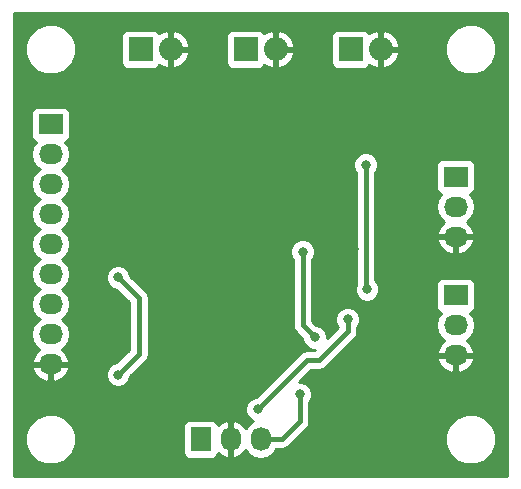
<source format=gbl>
G04 #@! TF.FileFunction,Copper,L2,Bot,Signal*
%FSLAX46Y46*%
G04 Gerber Fmt 4.6, Leading zero omitted, Abs format (unit mm)*
G04 Created by KiCad (PCBNEW (2014-11-23 BZR 5300)-product) date Tue 25 Nov 2014 01:03:26 AM EST*
%MOMM*%
G01*
G04 APERTURE LIST*
%ADD10C,0.100000*%
%ADD11R,2.032000X1.727200*%
%ADD12O,2.032000X1.727200*%
%ADD13R,1.727200X2.032000*%
%ADD14O,1.727200X2.032000*%
%ADD15R,2.032000X2.032000*%
%ADD16O,2.032000X2.032000*%
%ADD17C,0.812800*%
%ADD18C,0.406400*%
%ADD19C,0.254000*%
G04 APERTURE END LIST*
D10*
D11*
X191770000Y-102235000D03*
D12*
X191770000Y-104775000D03*
X191770000Y-107315000D03*
D11*
X191770000Y-112268000D03*
D12*
X191770000Y-114808000D03*
X191770000Y-117348000D03*
D13*
X170180000Y-124460000D03*
D14*
X172720000Y-124460000D03*
X175260000Y-124460000D03*
D11*
X157480000Y-97790000D03*
D12*
X157480000Y-100330000D03*
X157480000Y-102870000D03*
X157480000Y-105410000D03*
X157480000Y-107950000D03*
X157480000Y-110490000D03*
X157480000Y-113030000D03*
X157480000Y-115570000D03*
X157480000Y-118110000D03*
D15*
X165100000Y-91440000D03*
D16*
X167640000Y-91440000D03*
D15*
X173990000Y-91440000D03*
D16*
X176530000Y-91440000D03*
D15*
X182880000Y-91440000D03*
D16*
X185420000Y-91440000D03*
D17*
X163195000Y-110744000D03*
X163195000Y-118999000D03*
X168656000Y-109728000D03*
X186436000Y-97663000D03*
X168910000Y-97663000D03*
X175006000Y-97663000D03*
X178435000Y-99695000D03*
X183134000Y-108331000D03*
X184150000Y-119507000D03*
X184150000Y-101219000D03*
X184277000Y-111760000D03*
X182626000Y-114300000D03*
X175006000Y-121920000D03*
X178816000Y-108585000D03*
X179832000Y-115824000D03*
X178562000Y-120650000D03*
D18*
X164973000Y-112522000D02*
X163195000Y-110744000D01*
X164973000Y-117221000D02*
X164973000Y-112522000D01*
X163195000Y-118999000D02*
X164973000Y-117221000D01*
X186436000Y-97663000D02*
X186563000Y-97663000D01*
X184150000Y-111633000D02*
X184150000Y-101219000D01*
X184277000Y-111760000D02*
X184150000Y-111633000D01*
X182626000Y-115316000D02*
X182626000Y-114300000D01*
X180213000Y-117729000D02*
X182626000Y-115316000D01*
X179197000Y-117729000D02*
X180213000Y-117729000D01*
X175006000Y-121920000D02*
X179197000Y-117729000D01*
X178816000Y-114808000D02*
X178816000Y-108585000D01*
X179832000Y-115824000D02*
X178816000Y-114808000D01*
X175260000Y-124460000D02*
X177038000Y-124460000D01*
X178562000Y-122936000D02*
X178562000Y-120650000D01*
X177038000Y-124460000D02*
X178562000Y-122936000D01*
D19*
G36*
X196140000Y-127560000D02*
X195175240Y-127560000D01*
X195175240Y-124037211D01*
X195175240Y-91017211D01*
X194850910Y-90232273D01*
X194250886Y-89631200D01*
X193466515Y-89305501D01*
X192617211Y-89304760D01*
X191832273Y-89629090D01*
X191231200Y-90229114D01*
X190905501Y-91013485D01*
X190904760Y-91862789D01*
X191229090Y-92647727D01*
X191829114Y-93248800D01*
X192613485Y-93574499D01*
X193462789Y-93575240D01*
X194247727Y-93250910D01*
X194848800Y-92650886D01*
X195174499Y-91866515D01*
X195175240Y-91017211D01*
X195175240Y-124037211D01*
X194850910Y-123252273D01*
X194250886Y-122651200D01*
X193466515Y-122325501D01*
X193453345Y-122325489D01*
X193453345Y-114808000D01*
X193453345Y-104775000D01*
X193339271Y-104201511D01*
X193014415Y-103715330D01*
X192992219Y-103700499D01*
X193145698Y-103636927D01*
X193324327Y-103458299D01*
X193421000Y-103224910D01*
X193421000Y-102972291D01*
X193421000Y-101245091D01*
X193324327Y-101011702D01*
X193145699Y-100833073D01*
X192912310Y-100736400D01*
X192659691Y-100736400D01*
X190627691Y-100736400D01*
X190394302Y-100833073D01*
X190215673Y-101011701D01*
X190119000Y-101245090D01*
X190119000Y-101497709D01*
X190119000Y-103224909D01*
X190215673Y-103458298D01*
X190394301Y-103636927D01*
X190547779Y-103700500D01*
X190525585Y-103715330D01*
X190200729Y-104201511D01*
X190086655Y-104775000D01*
X190200729Y-105348489D01*
X190525585Y-105834670D01*
X190835069Y-106041460D01*
X190419268Y-106412964D01*
X190165291Y-106940209D01*
X190162642Y-106955974D01*
X190283783Y-107188000D01*
X191643000Y-107188000D01*
X191643000Y-107168000D01*
X191897000Y-107168000D01*
X191897000Y-107188000D01*
X193256217Y-107188000D01*
X193377358Y-106955974D01*
X193374709Y-106940209D01*
X193120732Y-106412964D01*
X192704930Y-106041460D01*
X193014415Y-105834670D01*
X193339271Y-105348489D01*
X193453345Y-104775000D01*
X193453345Y-114808000D01*
X193339271Y-114234511D01*
X193014415Y-113748330D01*
X192992219Y-113733499D01*
X193145698Y-113669927D01*
X193324327Y-113491299D01*
X193421000Y-113257910D01*
X193421000Y-113005291D01*
X193421000Y-111278091D01*
X193377358Y-111172730D01*
X193377358Y-107674026D01*
X193256217Y-107442000D01*
X191897000Y-107442000D01*
X191897000Y-108655924D01*
X192131913Y-108800184D01*
X192684320Y-108606954D01*
X193120732Y-108217036D01*
X193374709Y-107689791D01*
X193377358Y-107674026D01*
X193377358Y-111172730D01*
X193324327Y-111044702D01*
X193145699Y-110866073D01*
X192912310Y-110769400D01*
X192659691Y-110769400D01*
X191643000Y-110769400D01*
X191643000Y-108655924D01*
X191643000Y-107442000D01*
X190283783Y-107442000D01*
X190162642Y-107674026D01*
X190165291Y-107689791D01*
X190419268Y-108217036D01*
X190855680Y-108606954D01*
X191408087Y-108800184D01*
X191643000Y-108655924D01*
X191643000Y-110769400D01*
X190627691Y-110769400D01*
X190394302Y-110866073D01*
X190215673Y-111044701D01*
X190119000Y-111278090D01*
X190119000Y-111530709D01*
X190119000Y-113257909D01*
X190215673Y-113491298D01*
X190394301Y-113669927D01*
X190547779Y-113733500D01*
X190525585Y-113748330D01*
X190200729Y-114234511D01*
X190086655Y-114808000D01*
X190200729Y-115381489D01*
X190525585Y-115867670D01*
X190835069Y-116074460D01*
X190419268Y-116445964D01*
X190165291Y-116973209D01*
X190162642Y-116988974D01*
X190283783Y-117221000D01*
X191643000Y-117221000D01*
X191643000Y-117201000D01*
X191897000Y-117201000D01*
X191897000Y-117221000D01*
X193256217Y-117221000D01*
X193377358Y-116988974D01*
X193374709Y-116973209D01*
X193120732Y-116445964D01*
X192704930Y-116074460D01*
X193014415Y-115867670D01*
X193339271Y-115381489D01*
X193453345Y-114808000D01*
X193453345Y-122325489D01*
X193377358Y-122325423D01*
X193377358Y-117707026D01*
X193256217Y-117475000D01*
X191897000Y-117475000D01*
X191897000Y-118688924D01*
X192131913Y-118833184D01*
X192684320Y-118639954D01*
X193120732Y-118250036D01*
X193374709Y-117722791D01*
X193377358Y-117707026D01*
X193377358Y-122325423D01*
X192617211Y-122324760D01*
X191832273Y-122649090D01*
X191643000Y-122838032D01*
X191643000Y-118688924D01*
X191643000Y-117475000D01*
X190283783Y-117475000D01*
X190162642Y-117707026D01*
X190165291Y-117722791D01*
X190419268Y-118250036D01*
X190855680Y-118639954D01*
X191408087Y-118833184D01*
X191643000Y-118688924D01*
X191643000Y-122838032D01*
X191231200Y-123249114D01*
X190905501Y-124033485D01*
X190904760Y-124882789D01*
X191229090Y-125667727D01*
X191829114Y-126268800D01*
X192613485Y-126594499D01*
X193462789Y-126595240D01*
X194247727Y-126270910D01*
X194848800Y-125670886D01*
X195174499Y-124886515D01*
X195175240Y-124037211D01*
X195175240Y-127560000D01*
X187025975Y-127560000D01*
X187025975Y-91822944D01*
X187025975Y-91057056D01*
X186826385Y-90575182D01*
X186388379Y-90102812D01*
X185802946Y-89834017D01*
X185547000Y-89952633D01*
X185547000Y-91313000D01*
X186906836Y-91313000D01*
X187025975Y-91057056D01*
X187025975Y-91822944D01*
X186906836Y-91567000D01*
X185547000Y-91567000D01*
X185547000Y-92927367D01*
X185802946Y-93045983D01*
X186388379Y-92777188D01*
X186826385Y-92304818D01*
X187025975Y-91822944D01*
X187025975Y-127560000D01*
X185318580Y-127560000D01*
X185318580Y-111553762D01*
X185293000Y-111491853D01*
X185293000Y-92927367D01*
X185293000Y-91567000D01*
X185273000Y-91567000D01*
X185273000Y-91313000D01*
X185293000Y-91313000D01*
X185293000Y-89952633D01*
X185037054Y-89834017D01*
X184451621Y-90102812D01*
X184450692Y-90103812D01*
X184434327Y-90064302D01*
X184255699Y-89885673D01*
X184022310Y-89789000D01*
X183769691Y-89789000D01*
X181737691Y-89789000D01*
X181504302Y-89885673D01*
X181325673Y-90064301D01*
X181229000Y-90297690D01*
X181229000Y-90550309D01*
X181229000Y-92582309D01*
X181325673Y-92815698D01*
X181504301Y-92994327D01*
X181737690Y-93091000D01*
X181990309Y-93091000D01*
X184022309Y-93091000D01*
X184255698Y-92994327D01*
X184434327Y-92815699D01*
X184450693Y-92776187D01*
X184451621Y-92777188D01*
X185037054Y-93045983D01*
X185293000Y-92927367D01*
X185293000Y-111491853D01*
X185160371Y-111170865D01*
X184988200Y-110998393D01*
X184988200Y-101853740D01*
X185032341Y-101809676D01*
X185191219Y-101427056D01*
X185191580Y-101012762D01*
X185033371Y-100629865D01*
X184740676Y-100336659D01*
X184358056Y-100177781D01*
X183943762Y-100177420D01*
X183560865Y-100335629D01*
X183267659Y-100628324D01*
X183108781Y-101010944D01*
X183108420Y-101425238D01*
X183266629Y-101808135D01*
X183311800Y-101853384D01*
X183311800Y-111368870D01*
X183235781Y-111551944D01*
X183235420Y-111966238D01*
X183393629Y-112349135D01*
X183686324Y-112642341D01*
X184068944Y-112801219D01*
X184483238Y-112801580D01*
X184866135Y-112643371D01*
X185159341Y-112350676D01*
X185318219Y-111968056D01*
X185318580Y-111553762D01*
X185318580Y-127560000D01*
X183667580Y-127560000D01*
X183667580Y-114093762D01*
X183509371Y-113710865D01*
X183216676Y-113417659D01*
X182834056Y-113258781D01*
X182419762Y-113258420D01*
X182036865Y-113416629D01*
X181743659Y-113709324D01*
X181584781Y-114091944D01*
X181584420Y-114506238D01*
X181742629Y-114889135D01*
X181787800Y-114934384D01*
X181787800Y-114968806D01*
X180873348Y-115883257D01*
X180873580Y-115617762D01*
X180715371Y-115234865D01*
X180422676Y-114941659D01*
X180040056Y-114782781D01*
X179976119Y-114782725D01*
X179654200Y-114460806D01*
X179654200Y-109219740D01*
X179698341Y-109175676D01*
X179857219Y-108793056D01*
X179857580Y-108378762D01*
X179699371Y-107995865D01*
X179406676Y-107702659D01*
X179024056Y-107543781D01*
X178609762Y-107543420D01*
X178226865Y-107701629D01*
X178135975Y-107792360D01*
X178135975Y-91822944D01*
X178135975Y-91057056D01*
X177936385Y-90575182D01*
X177498379Y-90102812D01*
X176912946Y-89834017D01*
X176657000Y-89952633D01*
X176657000Y-91313000D01*
X178016836Y-91313000D01*
X178135975Y-91057056D01*
X178135975Y-91822944D01*
X178016836Y-91567000D01*
X176657000Y-91567000D01*
X176657000Y-92927367D01*
X176912946Y-93045983D01*
X177498379Y-92777188D01*
X177936385Y-92304818D01*
X178135975Y-91822944D01*
X178135975Y-107792360D01*
X177933659Y-107994324D01*
X177774781Y-108376944D01*
X177774420Y-108791238D01*
X177932629Y-109174135D01*
X177977800Y-109219384D01*
X177977800Y-114808000D01*
X178041604Y-115128766D01*
X178223303Y-115400697D01*
X178790474Y-115967868D01*
X178790420Y-116030238D01*
X178948629Y-116413135D01*
X179241324Y-116706341D01*
X179623944Y-116865219D01*
X179891154Y-116865451D01*
X179865806Y-116890800D01*
X179197000Y-116890800D01*
X178876234Y-116954604D01*
X178604303Y-117136303D01*
X176403000Y-119337605D01*
X176403000Y-92927367D01*
X176403000Y-91567000D01*
X176383000Y-91567000D01*
X176383000Y-91313000D01*
X176403000Y-91313000D01*
X176403000Y-89952633D01*
X176147054Y-89834017D01*
X175561621Y-90102812D01*
X175560692Y-90103812D01*
X175544327Y-90064302D01*
X175365699Y-89885673D01*
X175132310Y-89789000D01*
X174879691Y-89789000D01*
X172847691Y-89789000D01*
X172614302Y-89885673D01*
X172435673Y-90064301D01*
X172339000Y-90297690D01*
X172339000Y-90550309D01*
X172339000Y-92582309D01*
X172435673Y-92815698D01*
X172614301Y-92994327D01*
X172847690Y-93091000D01*
X173100309Y-93091000D01*
X175132309Y-93091000D01*
X175365698Y-92994327D01*
X175544327Y-92815699D01*
X175560693Y-92776187D01*
X175561621Y-92777188D01*
X176147054Y-93045983D01*
X176403000Y-92927367D01*
X176403000Y-119337605D01*
X174862131Y-120878474D01*
X174799762Y-120878420D01*
X174416865Y-121036629D01*
X174123659Y-121329324D01*
X173964781Y-121711944D01*
X173964420Y-122126238D01*
X174122629Y-122509135D01*
X174415324Y-122802341D01*
X174664156Y-122905665D01*
X174200330Y-123215585D01*
X173993539Y-123525069D01*
X173622036Y-123109268D01*
X173094791Y-122855291D01*
X173079026Y-122852642D01*
X172847000Y-122973783D01*
X172847000Y-124333000D01*
X172867000Y-124333000D01*
X172867000Y-124587000D01*
X172847000Y-124587000D01*
X172847000Y-125946217D01*
X173079026Y-126067358D01*
X173094791Y-126064709D01*
X173622036Y-125810732D01*
X173993539Y-125394930D01*
X174200330Y-125704415D01*
X174686511Y-126029271D01*
X175260000Y-126143345D01*
X175833489Y-126029271D01*
X176319670Y-125704415D01*
X176591094Y-125298200D01*
X177038000Y-125298200D01*
X177358765Y-125234396D01*
X177358766Y-125234396D01*
X177630697Y-125052697D01*
X179154697Y-123528697D01*
X179336395Y-123256766D01*
X179336396Y-123256765D01*
X179400200Y-122936000D01*
X179400200Y-121284740D01*
X179444341Y-121240676D01*
X179603219Y-120858056D01*
X179603580Y-120443762D01*
X179445371Y-120060865D01*
X179152676Y-119767659D01*
X178770056Y-119608781D01*
X178502845Y-119608548D01*
X179544194Y-118567200D01*
X180213000Y-118567200D01*
X180533765Y-118503396D01*
X180533766Y-118503396D01*
X180805697Y-118321697D01*
X183218697Y-115908697D01*
X183400396Y-115636766D01*
X183400396Y-115636765D01*
X183464200Y-115316000D01*
X183464200Y-114934740D01*
X183508341Y-114890676D01*
X183667219Y-114508056D01*
X183667580Y-114093762D01*
X183667580Y-127560000D01*
X172593000Y-127560000D01*
X172593000Y-125946217D01*
X172593000Y-124587000D01*
X172573000Y-124587000D01*
X172573000Y-124333000D01*
X172593000Y-124333000D01*
X172593000Y-122973783D01*
X172360974Y-122852642D01*
X172345209Y-122855291D01*
X171817964Y-123109268D01*
X171663758Y-123281860D01*
X171581927Y-123084302D01*
X171403299Y-122905673D01*
X171169910Y-122809000D01*
X170917291Y-122809000D01*
X169245975Y-122809000D01*
X169245975Y-91822944D01*
X169245975Y-91057056D01*
X169046385Y-90575182D01*
X168608379Y-90102812D01*
X168022946Y-89834017D01*
X167767000Y-89952633D01*
X167767000Y-91313000D01*
X169126836Y-91313000D01*
X169245975Y-91057056D01*
X169245975Y-91822944D01*
X169126836Y-91567000D01*
X167767000Y-91567000D01*
X167767000Y-92927367D01*
X168022946Y-93045983D01*
X168608379Y-92777188D01*
X169046385Y-92304818D01*
X169245975Y-91822944D01*
X169245975Y-122809000D01*
X169190091Y-122809000D01*
X168956702Y-122905673D01*
X168778073Y-123084301D01*
X168681400Y-123317690D01*
X168681400Y-123570309D01*
X168681400Y-125602309D01*
X168778073Y-125835698D01*
X168956701Y-126014327D01*
X169190090Y-126111000D01*
X169442709Y-126111000D01*
X171169909Y-126111000D01*
X171403298Y-126014327D01*
X171581927Y-125835699D01*
X171663758Y-125638139D01*
X171817964Y-125810732D01*
X172345209Y-126064709D01*
X172360974Y-126067358D01*
X172593000Y-125946217D01*
X172593000Y-127560000D01*
X167513000Y-127560000D01*
X167513000Y-92927367D01*
X167513000Y-91567000D01*
X167493000Y-91567000D01*
X167493000Y-91313000D01*
X167513000Y-91313000D01*
X167513000Y-89952633D01*
X167257054Y-89834017D01*
X166671621Y-90102812D01*
X166670692Y-90103812D01*
X166654327Y-90064302D01*
X166475699Y-89885673D01*
X166242310Y-89789000D01*
X165989691Y-89789000D01*
X163957691Y-89789000D01*
X163724302Y-89885673D01*
X163545673Y-90064301D01*
X163449000Y-90297690D01*
X163449000Y-90550309D01*
X163449000Y-92582309D01*
X163545673Y-92815698D01*
X163724301Y-92994327D01*
X163957690Y-93091000D01*
X164210309Y-93091000D01*
X166242309Y-93091000D01*
X166475698Y-92994327D01*
X166654327Y-92815699D01*
X166670693Y-92776187D01*
X166671621Y-92777188D01*
X167257054Y-93045983D01*
X167513000Y-92927367D01*
X167513000Y-127560000D01*
X165811200Y-127560000D01*
X165811200Y-117221000D01*
X165811200Y-112522000D01*
X165747396Y-112201235D01*
X165565697Y-111929303D01*
X164236525Y-110600131D01*
X164236580Y-110537762D01*
X164078371Y-110154865D01*
X163785676Y-109861659D01*
X163403056Y-109702781D01*
X162988762Y-109702420D01*
X162605865Y-109860629D01*
X162312659Y-110153324D01*
X162153781Y-110535944D01*
X162153420Y-110950238D01*
X162311629Y-111333135D01*
X162604324Y-111626341D01*
X162986944Y-111785219D01*
X163050880Y-111785274D01*
X164134800Y-112869194D01*
X164134800Y-116873806D01*
X163051131Y-117957474D01*
X162988762Y-117957420D01*
X162605865Y-118115629D01*
X162312659Y-118408324D01*
X162153781Y-118790944D01*
X162153420Y-119205238D01*
X162311629Y-119588135D01*
X162604324Y-119881341D01*
X162986944Y-120040219D01*
X163401238Y-120040580D01*
X163784135Y-119882371D01*
X164077341Y-119589676D01*
X164236219Y-119207056D01*
X164236274Y-119143119D01*
X165565697Y-117813697D01*
X165747396Y-117541765D01*
X165811200Y-117221000D01*
X165811200Y-127560000D01*
X159615240Y-127560000D01*
X159615240Y-124037211D01*
X159615240Y-91017211D01*
X159290910Y-90232273D01*
X158690886Y-89631200D01*
X157906515Y-89305501D01*
X157057211Y-89304760D01*
X156272273Y-89629090D01*
X155671200Y-90229114D01*
X155345501Y-91013485D01*
X155344760Y-91862789D01*
X155669090Y-92647727D01*
X156269114Y-93248800D01*
X157053485Y-93574499D01*
X157902789Y-93575240D01*
X158687727Y-93250910D01*
X159288800Y-92650886D01*
X159614499Y-91866515D01*
X159615240Y-91017211D01*
X159615240Y-124037211D01*
X159290910Y-123252273D01*
X159163345Y-123124484D01*
X159163345Y-115570000D01*
X159049271Y-114996511D01*
X158724415Y-114510330D01*
X158409634Y-114300000D01*
X158724415Y-114089670D01*
X159049271Y-113603489D01*
X159163345Y-113030000D01*
X159049271Y-112456511D01*
X158724415Y-111970330D01*
X158409634Y-111760000D01*
X158724415Y-111549670D01*
X159049271Y-111063489D01*
X159163345Y-110490000D01*
X159049271Y-109916511D01*
X158724415Y-109430330D01*
X158409634Y-109220000D01*
X158724415Y-109009670D01*
X159049271Y-108523489D01*
X159163345Y-107950000D01*
X159049271Y-107376511D01*
X158724415Y-106890330D01*
X158409634Y-106680000D01*
X158724415Y-106469670D01*
X159049271Y-105983489D01*
X159163345Y-105410000D01*
X159049271Y-104836511D01*
X158724415Y-104350330D01*
X158409634Y-104140000D01*
X158724415Y-103929670D01*
X159049271Y-103443489D01*
X159163345Y-102870000D01*
X159049271Y-102296511D01*
X158724415Y-101810330D01*
X158409634Y-101600000D01*
X158724415Y-101389670D01*
X159049271Y-100903489D01*
X159163345Y-100330000D01*
X159049271Y-99756511D01*
X158724415Y-99270330D01*
X158702219Y-99255499D01*
X158855698Y-99191927D01*
X159034327Y-99013299D01*
X159131000Y-98779910D01*
X159131000Y-98527291D01*
X159131000Y-96800091D01*
X159034327Y-96566702D01*
X158855699Y-96388073D01*
X158622310Y-96291400D01*
X158369691Y-96291400D01*
X156337691Y-96291400D01*
X156104302Y-96388073D01*
X155925673Y-96566701D01*
X155829000Y-96800090D01*
X155829000Y-97052709D01*
X155829000Y-98779909D01*
X155925673Y-99013298D01*
X156104301Y-99191927D01*
X156257779Y-99255500D01*
X156235585Y-99270330D01*
X155910729Y-99756511D01*
X155796655Y-100330000D01*
X155910729Y-100903489D01*
X156235585Y-101389670D01*
X156550365Y-101600000D01*
X156235585Y-101810330D01*
X155910729Y-102296511D01*
X155796655Y-102870000D01*
X155910729Y-103443489D01*
X156235585Y-103929670D01*
X156550365Y-104140000D01*
X156235585Y-104350330D01*
X155910729Y-104836511D01*
X155796655Y-105410000D01*
X155910729Y-105983489D01*
X156235585Y-106469670D01*
X156550365Y-106680000D01*
X156235585Y-106890330D01*
X155910729Y-107376511D01*
X155796655Y-107950000D01*
X155910729Y-108523489D01*
X156235585Y-109009670D01*
X156550365Y-109220000D01*
X156235585Y-109430330D01*
X155910729Y-109916511D01*
X155796655Y-110490000D01*
X155910729Y-111063489D01*
X156235585Y-111549670D01*
X156550365Y-111760000D01*
X156235585Y-111970330D01*
X155910729Y-112456511D01*
X155796655Y-113030000D01*
X155910729Y-113603489D01*
X156235585Y-114089670D01*
X156550365Y-114300000D01*
X156235585Y-114510330D01*
X155910729Y-114996511D01*
X155796655Y-115570000D01*
X155910729Y-116143489D01*
X156235585Y-116629670D01*
X156545069Y-116836460D01*
X156129268Y-117207964D01*
X155875291Y-117735209D01*
X155872642Y-117750974D01*
X155993783Y-117983000D01*
X157353000Y-117983000D01*
X157353000Y-117963000D01*
X157607000Y-117963000D01*
X157607000Y-117983000D01*
X158966217Y-117983000D01*
X159087358Y-117750974D01*
X159084709Y-117735209D01*
X158830732Y-117207964D01*
X158414930Y-116836460D01*
X158724415Y-116629670D01*
X159049271Y-116143489D01*
X159163345Y-115570000D01*
X159163345Y-123124484D01*
X159087358Y-123048365D01*
X159087358Y-118469026D01*
X158966217Y-118237000D01*
X157607000Y-118237000D01*
X157607000Y-119450924D01*
X157841913Y-119595184D01*
X158394320Y-119401954D01*
X158830732Y-119012036D01*
X159084709Y-118484791D01*
X159087358Y-118469026D01*
X159087358Y-123048365D01*
X158690886Y-122651200D01*
X157906515Y-122325501D01*
X157353000Y-122325018D01*
X157353000Y-119450924D01*
X157353000Y-118237000D01*
X155993783Y-118237000D01*
X155872642Y-118469026D01*
X155875291Y-118484791D01*
X156129268Y-119012036D01*
X156565680Y-119401954D01*
X157118087Y-119595184D01*
X157353000Y-119450924D01*
X157353000Y-122325018D01*
X157057211Y-122324760D01*
X156272273Y-122649090D01*
X155671200Y-123249114D01*
X155345501Y-124033485D01*
X155344760Y-124882789D01*
X155669090Y-125667727D01*
X156269114Y-126268800D01*
X157053485Y-126594499D01*
X157902789Y-126595240D01*
X158687727Y-126270910D01*
X159288800Y-125670886D01*
X159614499Y-124886515D01*
X159615240Y-124037211D01*
X159615240Y-127560000D01*
X154380000Y-127560000D01*
X154380000Y-88340000D01*
X196140000Y-88340000D01*
X196140000Y-127560000D01*
X196140000Y-127560000D01*
G37*
X196140000Y-127560000D02*
X195175240Y-127560000D01*
X195175240Y-124037211D01*
X195175240Y-91017211D01*
X194850910Y-90232273D01*
X194250886Y-89631200D01*
X193466515Y-89305501D01*
X192617211Y-89304760D01*
X191832273Y-89629090D01*
X191231200Y-90229114D01*
X190905501Y-91013485D01*
X190904760Y-91862789D01*
X191229090Y-92647727D01*
X191829114Y-93248800D01*
X192613485Y-93574499D01*
X193462789Y-93575240D01*
X194247727Y-93250910D01*
X194848800Y-92650886D01*
X195174499Y-91866515D01*
X195175240Y-91017211D01*
X195175240Y-124037211D01*
X194850910Y-123252273D01*
X194250886Y-122651200D01*
X193466515Y-122325501D01*
X193453345Y-122325489D01*
X193453345Y-114808000D01*
X193453345Y-104775000D01*
X193339271Y-104201511D01*
X193014415Y-103715330D01*
X192992219Y-103700499D01*
X193145698Y-103636927D01*
X193324327Y-103458299D01*
X193421000Y-103224910D01*
X193421000Y-102972291D01*
X193421000Y-101245091D01*
X193324327Y-101011702D01*
X193145699Y-100833073D01*
X192912310Y-100736400D01*
X192659691Y-100736400D01*
X190627691Y-100736400D01*
X190394302Y-100833073D01*
X190215673Y-101011701D01*
X190119000Y-101245090D01*
X190119000Y-101497709D01*
X190119000Y-103224909D01*
X190215673Y-103458298D01*
X190394301Y-103636927D01*
X190547779Y-103700500D01*
X190525585Y-103715330D01*
X190200729Y-104201511D01*
X190086655Y-104775000D01*
X190200729Y-105348489D01*
X190525585Y-105834670D01*
X190835069Y-106041460D01*
X190419268Y-106412964D01*
X190165291Y-106940209D01*
X190162642Y-106955974D01*
X190283783Y-107188000D01*
X191643000Y-107188000D01*
X191643000Y-107168000D01*
X191897000Y-107168000D01*
X191897000Y-107188000D01*
X193256217Y-107188000D01*
X193377358Y-106955974D01*
X193374709Y-106940209D01*
X193120732Y-106412964D01*
X192704930Y-106041460D01*
X193014415Y-105834670D01*
X193339271Y-105348489D01*
X193453345Y-104775000D01*
X193453345Y-114808000D01*
X193339271Y-114234511D01*
X193014415Y-113748330D01*
X192992219Y-113733499D01*
X193145698Y-113669927D01*
X193324327Y-113491299D01*
X193421000Y-113257910D01*
X193421000Y-113005291D01*
X193421000Y-111278091D01*
X193377358Y-111172730D01*
X193377358Y-107674026D01*
X193256217Y-107442000D01*
X191897000Y-107442000D01*
X191897000Y-108655924D01*
X192131913Y-108800184D01*
X192684320Y-108606954D01*
X193120732Y-108217036D01*
X193374709Y-107689791D01*
X193377358Y-107674026D01*
X193377358Y-111172730D01*
X193324327Y-111044702D01*
X193145699Y-110866073D01*
X192912310Y-110769400D01*
X192659691Y-110769400D01*
X191643000Y-110769400D01*
X191643000Y-108655924D01*
X191643000Y-107442000D01*
X190283783Y-107442000D01*
X190162642Y-107674026D01*
X190165291Y-107689791D01*
X190419268Y-108217036D01*
X190855680Y-108606954D01*
X191408087Y-108800184D01*
X191643000Y-108655924D01*
X191643000Y-110769400D01*
X190627691Y-110769400D01*
X190394302Y-110866073D01*
X190215673Y-111044701D01*
X190119000Y-111278090D01*
X190119000Y-111530709D01*
X190119000Y-113257909D01*
X190215673Y-113491298D01*
X190394301Y-113669927D01*
X190547779Y-113733500D01*
X190525585Y-113748330D01*
X190200729Y-114234511D01*
X190086655Y-114808000D01*
X190200729Y-115381489D01*
X190525585Y-115867670D01*
X190835069Y-116074460D01*
X190419268Y-116445964D01*
X190165291Y-116973209D01*
X190162642Y-116988974D01*
X190283783Y-117221000D01*
X191643000Y-117221000D01*
X191643000Y-117201000D01*
X191897000Y-117201000D01*
X191897000Y-117221000D01*
X193256217Y-117221000D01*
X193377358Y-116988974D01*
X193374709Y-116973209D01*
X193120732Y-116445964D01*
X192704930Y-116074460D01*
X193014415Y-115867670D01*
X193339271Y-115381489D01*
X193453345Y-114808000D01*
X193453345Y-122325489D01*
X193377358Y-122325423D01*
X193377358Y-117707026D01*
X193256217Y-117475000D01*
X191897000Y-117475000D01*
X191897000Y-118688924D01*
X192131913Y-118833184D01*
X192684320Y-118639954D01*
X193120732Y-118250036D01*
X193374709Y-117722791D01*
X193377358Y-117707026D01*
X193377358Y-122325423D01*
X192617211Y-122324760D01*
X191832273Y-122649090D01*
X191643000Y-122838032D01*
X191643000Y-118688924D01*
X191643000Y-117475000D01*
X190283783Y-117475000D01*
X190162642Y-117707026D01*
X190165291Y-117722791D01*
X190419268Y-118250036D01*
X190855680Y-118639954D01*
X191408087Y-118833184D01*
X191643000Y-118688924D01*
X191643000Y-122838032D01*
X191231200Y-123249114D01*
X190905501Y-124033485D01*
X190904760Y-124882789D01*
X191229090Y-125667727D01*
X191829114Y-126268800D01*
X192613485Y-126594499D01*
X193462789Y-126595240D01*
X194247727Y-126270910D01*
X194848800Y-125670886D01*
X195174499Y-124886515D01*
X195175240Y-124037211D01*
X195175240Y-127560000D01*
X187025975Y-127560000D01*
X187025975Y-91822944D01*
X187025975Y-91057056D01*
X186826385Y-90575182D01*
X186388379Y-90102812D01*
X185802946Y-89834017D01*
X185547000Y-89952633D01*
X185547000Y-91313000D01*
X186906836Y-91313000D01*
X187025975Y-91057056D01*
X187025975Y-91822944D01*
X186906836Y-91567000D01*
X185547000Y-91567000D01*
X185547000Y-92927367D01*
X185802946Y-93045983D01*
X186388379Y-92777188D01*
X186826385Y-92304818D01*
X187025975Y-91822944D01*
X187025975Y-127560000D01*
X185318580Y-127560000D01*
X185318580Y-111553762D01*
X185293000Y-111491853D01*
X185293000Y-92927367D01*
X185293000Y-91567000D01*
X185273000Y-91567000D01*
X185273000Y-91313000D01*
X185293000Y-91313000D01*
X185293000Y-89952633D01*
X185037054Y-89834017D01*
X184451621Y-90102812D01*
X184450692Y-90103812D01*
X184434327Y-90064302D01*
X184255699Y-89885673D01*
X184022310Y-89789000D01*
X183769691Y-89789000D01*
X181737691Y-89789000D01*
X181504302Y-89885673D01*
X181325673Y-90064301D01*
X181229000Y-90297690D01*
X181229000Y-90550309D01*
X181229000Y-92582309D01*
X181325673Y-92815698D01*
X181504301Y-92994327D01*
X181737690Y-93091000D01*
X181990309Y-93091000D01*
X184022309Y-93091000D01*
X184255698Y-92994327D01*
X184434327Y-92815699D01*
X184450693Y-92776187D01*
X184451621Y-92777188D01*
X185037054Y-93045983D01*
X185293000Y-92927367D01*
X185293000Y-111491853D01*
X185160371Y-111170865D01*
X184988200Y-110998393D01*
X184988200Y-101853740D01*
X185032341Y-101809676D01*
X185191219Y-101427056D01*
X185191580Y-101012762D01*
X185033371Y-100629865D01*
X184740676Y-100336659D01*
X184358056Y-100177781D01*
X183943762Y-100177420D01*
X183560865Y-100335629D01*
X183267659Y-100628324D01*
X183108781Y-101010944D01*
X183108420Y-101425238D01*
X183266629Y-101808135D01*
X183311800Y-101853384D01*
X183311800Y-111368870D01*
X183235781Y-111551944D01*
X183235420Y-111966238D01*
X183393629Y-112349135D01*
X183686324Y-112642341D01*
X184068944Y-112801219D01*
X184483238Y-112801580D01*
X184866135Y-112643371D01*
X185159341Y-112350676D01*
X185318219Y-111968056D01*
X185318580Y-111553762D01*
X185318580Y-127560000D01*
X183667580Y-127560000D01*
X183667580Y-114093762D01*
X183509371Y-113710865D01*
X183216676Y-113417659D01*
X182834056Y-113258781D01*
X182419762Y-113258420D01*
X182036865Y-113416629D01*
X181743659Y-113709324D01*
X181584781Y-114091944D01*
X181584420Y-114506238D01*
X181742629Y-114889135D01*
X181787800Y-114934384D01*
X181787800Y-114968806D01*
X180873348Y-115883257D01*
X180873580Y-115617762D01*
X180715371Y-115234865D01*
X180422676Y-114941659D01*
X180040056Y-114782781D01*
X179976119Y-114782725D01*
X179654200Y-114460806D01*
X179654200Y-109219740D01*
X179698341Y-109175676D01*
X179857219Y-108793056D01*
X179857580Y-108378762D01*
X179699371Y-107995865D01*
X179406676Y-107702659D01*
X179024056Y-107543781D01*
X178609762Y-107543420D01*
X178226865Y-107701629D01*
X178135975Y-107792360D01*
X178135975Y-91822944D01*
X178135975Y-91057056D01*
X177936385Y-90575182D01*
X177498379Y-90102812D01*
X176912946Y-89834017D01*
X176657000Y-89952633D01*
X176657000Y-91313000D01*
X178016836Y-91313000D01*
X178135975Y-91057056D01*
X178135975Y-91822944D01*
X178016836Y-91567000D01*
X176657000Y-91567000D01*
X176657000Y-92927367D01*
X176912946Y-93045983D01*
X177498379Y-92777188D01*
X177936385Y-92304818D01*
X178135975Y-91822944D01*
X178135975Y-107792360D01*
X177933659Y-107994324D01*
X177774781Y-108376944D01*
X177774420Y-108791238D01*
X177932629Y-109174135D01*
X177977800Y-109219384D01*
X177977800Y-114808000D01*
X178041604Y-115128766D01*
X178223303Y-115400697D01*
X178790474Y-115967868D01*
X178790420Y-116030238D01*
X178948629Y-116413135D01*
X179241324Y-116706341D01*
X179623944Y-116865219D01*
X179891154Y-116865451D01*
X179865806Y-116890800D01*
X179197000Y-116890800D01*
X178876234Y-116954604D01*
X178604303Y-117136303D01*
X176403000Y-119337605D01*
X176403000Y-92927367D01*
X176403000Y-91567000D01*
X176383000Y-91567000D01*
X176383000Y-91313000D01*
X176403000Y-91313000D01*
X176403000Y-89952633D01*
X176147054Y-89834017D01*
X175561621Y-90102812D01*
X175560692Y-90103812D01*
X175544327Y-90064302D01*
X175365699Y-89885673D01*
X175132310Y-89789000D01*
X174879691Y-89789000D01*
X172847691Y-89789000D01*
X172614302Y-89885673D01*
X172435673Y-90064301D01*
X172339000Y-90297690D01*
X172339000Y-90550309D01*
X172339000Y-92582309D01*
X172435673Y-92815698D01*
X172614301Y-92994327D01*
X172847690Y-93091000D01*
X173100309Y-93091000D01*
X175132309Y-93091000D01*
X175365698Y-92994327D01*
X175544327Y-92815699D01*
X175560693Y-92776187D01*
X175561621Y-92777188D01*
X176147054Y-93045983D01*
X176403000Y-92927367D01*
X176403000Y-119337605D01*
X174862131Y-120878474D01*
X174799762Y-120878420D01*
X174416865Y-121036629D01*
X174123659Y-121329324D01*
X173964781Y-121711944D01*
X173964420Y-122126238D01*
X174122629Y-122509135D01*
X174415324Y-122802341D01*
X174664156Y-122905665D01*
X174200330Y-123215585D01*
X173993539Y-123525069D01*
X173622036Y-123109268D01*
X173094791Y-122855291D01*
X173079026Y-122852642D01*
X172847000Y-122973783D01*
X172847000Y-124333000D01*
X172867000Y-124333000D01*
X172867000Y-124587000D01*
X172847000Y-124587000D01*
X172847000Y-125946217D01*
X173079026Y-126067358D01*
X173094791Y-126064709D01*
X173622036Y-125810732D01*
X173993539Y-125394930D01*
X174200330Y-125704415D01*
X174686511Y-126029271D01*
X175260000Y-126143345D01*
X175833489Y-126029271D01*
X176319670Y-125704415D01*
X176591094Y-125298200D01*
X177038000Y-125298200D01*
X177358765Y-125234396D01*
X177358766Y-125234396D01*
X177630697Y-125052697D01*
X179154697Y-123528697D01*
X179336395Y-123256766D01*
X179336396Y-123256765D01*
X179400200Y-122936000D01*
X179400200Y-121284740D01*
X179444341Y-121240676D01*
X179603219Y-120858056D01*
X179603580Y-120443762D01*
X179445371Y-120060865D01*
X179152676Y-119767659D01*
X178770056Y-119608781D01*
X178502845Y-119608548D01*
X179544194Y-118567200D01*
X180213000Y-118567200D01*
X180533765Y-118503396D01*
X180533766Y-118503396D01*
X180805697Y-118321697D01*
X183218697Y-115908697D01*
X183400396Y-115636766D01*
X183400396Y-115636765D01*
X183464200Y-115316000D01*
X183464200Y-114934740D01*
X183508341Y-114890676D01*
X183667219Y-114508056D01*
X183667580Y-114093762D01*
X183667580Y-127560000D01*
X172593000Y-127560000D01*
X172593000Y-125946217D01*
X172593000Y-124587000D01*
X172573000Y-124587000D01*
X172573000Y-124333000D01*
X172593000Y-124333000D01*
X172593000Y-122973783D01*
X172360974Y-122852642D01*
X172345209Y-122855291D01*
X171817964Y-123109268D01*
X171663758Y-123281860D01*
X171581927Y-123084302D01*
X171403299Y-122905673D01*
X171169910Y-122809000D01*
X170917291Y-122809000D01*
X169245975Y-122809000D01*
X169245975Y-91822944D01*
X169245975Y-91057056D01*
X169046385Y-90575182D01*
X168608379Y-90102812D01*
X168022946Y-89834017D01*
X167767000Y-89952633D01*
X167767000Y-91313000D01*
X169126836Y-91313000D01*
X169245975Y-91057056D01*
X169245975Y-91822944D01*
X169126836Y-91567000D01*
X167767000Y-91567000D01*
X167767000Y-92927367D01*
X168022946Y-93045983D01*
X168608379Y-92777188D01*
X169046385Y-92304818D01*
X169245975Y-91822944D01*
X169245975Y-122809000D01*
X169190091Y-122809000D01*
X168956702Y-122905673D01*
X168778073Y-123084301D01*
X168681400Y-123317690D01*
X168681400Y-123570309D01*
X168681400Y-125602309D01*
X168778073Y-125835698D01*
X168956701Y-126014327D01*
X169190090Y-126111000D01*
X169442709Y-126111000D01*
X171169909Y-126111000D01*
X171403298Y-126014327D01*
X171581927Y-125835699D01*
X171663758Y-125638139D01*
X171817964Y-125810732D01*
X172345209Y-126064709D01*
X172360974Y-126067358D01*
X172593000Y-125946217D01*
X172593000Y-127560000D01*
X167513000Y-127560000D01*
X167513000Y-92927367D01*
X167513000Y-91567000D01*
X167493000Y-91567000D01*
X167493000Y-91313000D01*
X167513000Y-91313000D01*
X167513000Y-89952633D01*
X167257054Y-89834017D01*
X166671621Y-90102812D01*
X166670692Y-90103812D01*
X166654327Y-90064302D01*
X166475699Y-89885673D01*
X166242310Y-89789000D01*
X165989691Y-89789000D01*
X163957691Y-89789000D01*
X163724302Y-89885673D01*
X163545673Y-90064301D01*
X163449000Y-90297690D01*
X163449000Y-90550309D01*
X163449000Y-92582309D01*
X163545673Y-92815698D01*
X163724301Y-92994327D01*
X163957690Y-93091000D01*
X164210309Y-93091000D01*
X166242309Y-93091000D01*
X166475698Y-92994327D01*
X166654327Y-92815699D01*
X166670693Y-92776187D01*
X166671621Y-92777188D01*
X167257054Y-93045983D01*
X167513000Y-92927367D01*
X167513000Y-127560000D01*
X165811200Y-127560000D01*
X165811200Y-117221000D01*
X165811200Y-112522000D01*
X165747396Y-112201235D01*
X165565697Y-111929303D01*
X164236525Y-110600131D01*
X164236580Y-110537762D01*
X164078371Y-110154865D01*
X163785676Y-109861659D01*
X163403056Y-109702781D01*
X162988762Y-109702420D01*
X162605865Y-109860629D01*
X162312659Y-110153324D01*
X162153781Y-110535944D01*
X162153420Y-110950238D01*
X162311629Y-111333135D01*
X162604324Y-111626341D01*
X162986944Y-111785219D01*
X163050880Y-111785274D01*
X164134800Y-112869194D01*
X164134800Y-116873806D01*
X163051131Y-117957474D01*
X162988762Y-117957420D01*
X162605865Y-118115629D01*
X162312659Y-118408324D01*
X162153781Y-118790944D01*
X162153420Y-119205238D01*
X162311629Y-119588135D01*
X162604324Y-119881341D01*
X162986944Y-120040219D01*
X163401238Y-120040580D01*
X163784135Y-119882371D01*
X164077341Y-119589676D01*
X164236219Y-119207056D01*
X164236274Y-119143119D01*
X165565697Y-117813697D01*
X165747396Y-117541765D01*
X165811200Y-117221000D01*
X165811200Y-127560000D01*
X159615240Y-127560000D01*
X159615240Y-124037211D01*
X159615240Y-91017211D01*
X159290910Y-90232273D01*
X158690886Y-89631200D01*
X157906515Y-89305501D01*
X157057211Y-89304760D01*
X156272273Y-89629090D01*
X155671200Y-90229114D01*
X155345501Y-91013485D01*
X155344760Y-91862789D01*
X155669090Y-92647727D01*
X156269114Y-93248800D01*
X157053485Y-93574499D01*
X157902789Y-93575240D01*
X158687727Y-93250910D01*
X159288800Y-92650886D01*
X159614499Y-91866515D01*
X159615240Y-91017211D01*
X159615240Y-124037211D01*
X159290910Y-123252273D01*
X159163345Y-123124484D01*
X159163345Y-115570000D01*
X159049271Y-114996511D01*
X158724415Y-114510330D01*
X158409634Y-114300000D01*
X158724415Y-114089670D01*
X159049271Y-113603489D01*
X159163345Y-113030000D01*
X159049271Y-112456511D01*
X158724415Y-111970330D01*
X158409634Y-111760000D01*
X158724415Y-111549670D01*
X159049271Y-111063489D01*
X159163345Y-110490000D01*
X159049271Y-109916511D01*
X158724415Y-109430330D01*
X158409634Y-109220000D01*
X158724415Y-109009670D01*
X159049271Y-108523489D01*
X159163345Y-107950000D01*
X159049271Y-107376511D01*
X158724415Y-106890330D01*
X158409634Y-106680000D01*
X158724415Y-106469670D01*
X159049271Y-105983489D01*
X159163345Y-105410000D01*
X159049271Y-104836511D01*
X158724415Y-104350330D01*
X158409634Y-104140000D01*
X158724415Y-103929670D01*
X159049271Y-103443489D01*
X159163345Y-102870000D01*
X159049271Y-102296511D01*
X158724415Y-101810330D01*
X158409634Y-101600000D01*
X158724415Y-101389670D01*
X159049271Y-100903489D01*
X159163345Y-100330000D01*
X159049271Y-99756511D01*
X158724415Y-99270330D01*
X158702219Y-99255499D01*
X158855698Y-99191927D01*
X159034327Y-99013299D01*
X159131000Y-98779910D01*
X159131000Y-98527291D01*
X159131000Y-96800091D01*
X159034327Y-96566702D01*
X158855699Y-96388073D01*
X158622310Y-96291400D01*
X158369691Y-96291400D01*
X156337691Y-96291400D01*
X156104302Y-96388073D01*
X155925673Y-96566701D01*
X155829000Y-96800090D01*
X155829000Y-97052709D01*
X155829000Y-98779909D01*
X155925673Y-99013298D01*
X156104301Y-99191927D01*
X156257779Y-99255500D01*
X156235585Y-99270330D01*
X155910729Y-99756511D01*
X155796655Y-100330000D01*
X155910729Y-100903489D01*
X156235585Y-101389670D01*
X156550365Y-101600000D01*
X156235585Y-101810330D01*
X155910729Y-102296511D01*
X155796655Y-102870000D01*
X155910729Y-103443489D01*
X156235585Y-103929670D01*
X156550365Y-104140000D01*
X156235585Y-104350330D01*
X155910729Y-104836511D01*
X155796655Y-105410000D01*
X155910729Y-105983489D01*
X156235585Y-106469670D01*
X156550365Y-106680000D01*
X156235585Y-106890330D01*
X155910729Y-107376511D01*
X155796655Y-107950000D01*
X155910729Y-108523489D01*
X156235585Y-109009670D01*
X156550365Y-109220000D01*
X156235585Y-109430330D01*
X155910729Y-109916511D01*
X155796655Y-110490000D01*
X155910729Y-111063489D01*
X156235585Y-111549670D01*
X156550365Y-111760000D01*
X156235585Y-111970330D01*
X155910729Y-112456511D01*
X155796655Y-113030000D01*
X155910729Y-113603489D01*
X156235585Y-114089670D01*
X156550365Y-114300000D01*
X156235585Y-114510330D01*
X155910729Y-114996511D01*
X155796655Y-115570000D01*
X155910729Y-116143489D01*
X156235585Y-116629670D01*
X156545069Y-116836460D01*
X156129268Y-117207964D01*
X155875291Y-117735209D01*
X155872642Y-117750974D01*
X155993783Y-117983000D01*
X157353000Y-117983000D01*
X157353000Y-117963000D01*
X157607000Y-117963000D01*
X157607000Y-117983000D01*
X158966217Y-117983000D01*
X159087358Y-117750974D01*
X159084709Y-117735209D01*
X158830732Y-117207964D01*
X158414930Y-116836460D01*
X158724415Y-116629670D01*
X159049271Y-116143489D01*
X159163345Y-115570000D01*
X159163345Y-123124484D01*
X159087358Y-123048365D01*
X159087358Y-118469026D01*
X158966217Y-118237000D01*
X157607000Y-118237000D01*
X157607000Y-119450924D01*
X157841913Y-119595184D01*
X158394320Y-119401954D01*
X158830732Y-119012036D01*
X159084709Y-118484791D01*
X159087358Y-118469026D01*
X159087358Y-123048365D01*
X158690886Y-122651200D01*
X157906515Y-122325501D01*
X157353000Y-122325018D01*
X157353000Y-119450924D01*
X157353000Y-118237000D01*
X155993783Y-118237000D01*
X155872642Y-118469026D01*
X155875291Y-118484791D01*
X156129268Y-119012036D01*
X156565680Y-119401954D01*
X157118087Y-119595184D01*
X157353000Y-119450924D01*
X157353000Y-122325018D01*
X157057211Y-122324760D01*
X156272273Y-122649090D01*
X155671200Y-123249114D01*
X155345501Y-124033485D01*
X155344760Y-124882789D01*
X155669090Y-125667727D01*
X156269114Y-126268800D01*
X157053485Y-126594499D01*
X157902789Y-126595240D01*
X158687727Y-126270910D01*
X159288800Y-125670886D01*
X159614499Y-124886515D01*
X159615240Y-124037211D01*
X159615240Y-127560000D01*
X154380000Y-127560000D01*
X154380000Y-88340000D01*
X196140000Y-88340000D01*
X196140000Y-127560000D01*
M02*

</source>
